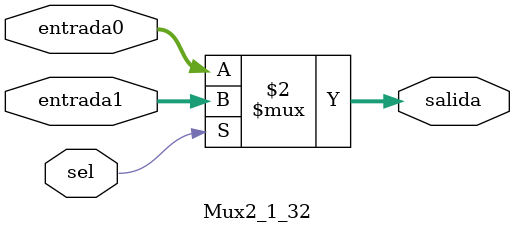
<source format=v>
module Mux2_1_32 (
    input  wire [31:0] entrada0,   // opción 0
    input  wire [31:0] entrada1,   // opción 1
    input  wire        sel,        // selector
    output reg [31:0] salida      // resultado
);
     always @(*) begin
     salida = sel ? entrada1 : entrada0;
	 end
endmodule

</source>
